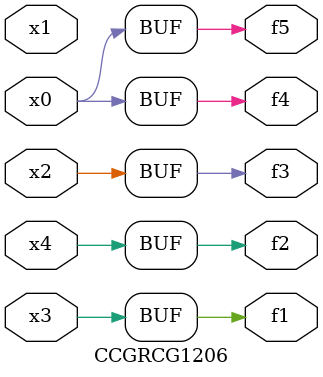
<source format=v>
module CCGRCG1206(
	input x0, x1, x2, x3, x4,
	output f1, f2, f3, f4, f5
);
	assign f1 = x3;
	assign f2 = x4;
	assign f3 = x2;
	assign f4 = x0;
	assign f5 = x0;
endmodule

</source>
